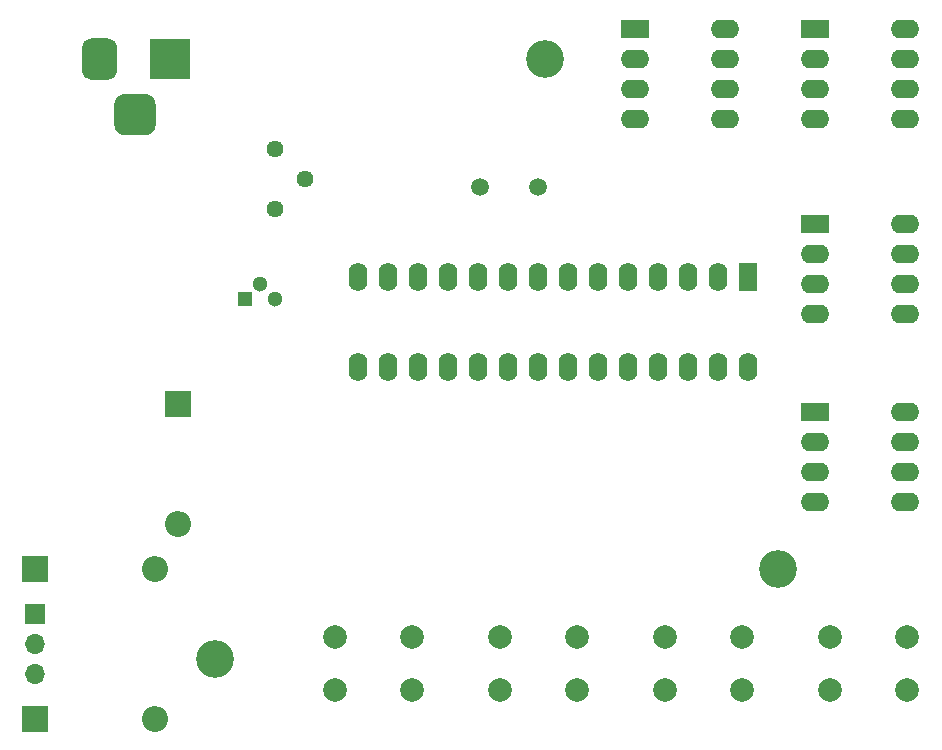
<source format=gbr>
%TF.GenerationSoftware,KiCad,Pcbnew,(5.1.10)-1*%
%TF.CreationDate,2021-06-26T23:15:49+03:00*%
%TF.ProjectId,ambient,616d6269-656e-4742-9e6b-696361645f70,rev?*%
%TF.SameCoordinates,Original*%
%TF.FileFunction,Soldermask,Bot*%
%TF.FilePolarity,Negative*%
%FSLAX46Y46*%
G04 Gerber Fmt 4.6, Leading zero omitted, Abs format (unit mm)*
G04 Created by KiCad (PCBNEW (5.1.10)-1) date 2021-06-26 23:15:49*
%MOMM*%
%LPD*%
G01*
G04 APERTURE LIST*
%ADD10C,3.200000*%
%ADD11R,3.500000X3.500000*%
%ADD12R,1.600000X2.400000*%
%ADD13O,1.600000X2.400000*%
%ADD14C,1.500000*%
%ADD15C,1.440000*%
%ADD16O,2.400000X1.600000*%
%ADD17R,2.400000X1.600000*%
%ADD18C,2.000000*%
%ADD19R,2.200000X2.200000*%
%ADD20O,2.200000X2.200000*%
%ADD21R,1.700000X1.700000*%
%ADD22O,1.700000X1.700000*%
%ADD23C,1.300000*%
%ADD24R,1.300000X1.300000*%
G04 APERTURE END LIST*
D10*
%TO.C, *%
X79375000Y-63500000D03*
%TD*%
%TO.C, *%
X59690000Y-20320000D03*
%TD*%
%TO.C, *%
X31750000Y-71120000D03*
%TD*%
D11*
%TO.C,J1*%
X27940000Y-20320000D03*
G36*
G01*
X20440000Y-21320000D02*
X20440000Y-19320000D01*
G75*
G02*
X21190000Y-18570000I750000J0D01*
G01*
X22690000Y-18570000D01*
G75*
G02*
X23440000Y-19320000I0J-750000D01*
G01*
X23440000Y-21320000D01*
G75*
G02*
X22690000Y-22070000I-750000J0D01*
G01*
X21190000Y-22070000D01*
G75*
G02*
X20440000Y-21320000I0J750000D01*
G01*
G37*
G36*
G01*
X23190000Y-25895000D02*
X23190000Y-24145000D01*
G75*
G02*
X24065000Y-23270000I875000J0D01*
G01*
X25815000Y-23270000D01*
G75*
G02*
X26690000Y-24145000I0J-875000D01*
G01*
X26690000Y-25895000D01*
G75*
G02*
X25815000Y-26770000I-875000J0D01*
G01*
X24065000Y-26770000D01*
G75*
G02*
X23190000Y-25895000I0J875000D01*
G01*
G37*
%TD*%
D12*
%TO.C,U1*%
X76835000Y-38735000D03*
D13*
X43815000Y-46355000D03*
X74295000Y-38735000D03*
X46355000Y-46355000D03*
X71755000Y-38735000D03*
X48895000Y-46355000D03*
X69215000Y-38735000D03*
X51435000Y-46355000D03*
X66675000Y-38735000D03*
X53975000Y-46355000D03*
X64135000Y-38735000D03*
X56515000Y-46355000D03*
X61595000Y-38735000D03*
X59055000Y-46355000D03*
X59055000Y-38735000D03*
X61595000Y-46355000D03*
X56515000Y-38735000D03*
X64135000Y-46355000D03*
X53975000Y-38735000D03*
X66675000Y-46355000D03*
X51435000Y-38735000D03*
X69215000Y-46355000D03*
X48895000Y-38735000D03*
X71755000Y-46355000D03*
X46355000Y-38735000D03*
X74295000Y-46355000D03*
X43815000Y-38735000D03*
X76835000Y-46355000D03*
%TD*%
D14*
%TO.C,Y1*%
X59055000Y-31115000D03*
X54155000Y-31115000D03*
%TD*%
D15*
%TO.C,RV1*%
X36830000Y-27940000D03*
X39370000Y-30480000D03*
X36830000Y-33020000D03*
%TD*%
D16*
%TO.C,U2*%
X74930000Y-17780000D03*
X67310000Y-25400000D03*
X74930000Y-20320000D03*
X67310000Y-22860000D03*
X74930000Y-22860000D03*
X67310000Y-20320000D03*
X74930000Y-25400000D03*
D17*
X67310000Y-17780000D03*
%TD*%
%TO.C,U3*%
X82550000Y-17780000D03*
D16*
X90170000Y-25400000D03*
X82550000Y-20320000D03*
X90170000Y-22860000D03*
X82550000Y-22860000D03*
X90170000Y-20320000D03*
X82550000Y-25400000D03*
X90170000Y-17780000D03*
%TD*%
%TO.C,U4*%
X90170000Y-34290000D03*
X82550000Y-41910000D03*
X90170000Y-36830000D03*
X82550000Y-39370000D03*
X90170000Y-39370000D03*
X82550000Y-36830000D03*
X90170000Y-41910000D03*
D17*
X82550000Y-34290000D03*
%TD*%
%TO.C,U5*%
X82550000Y-50165000D03*
D16*
X90170000Y-57785000D03*
X82550000Y-52705000D03*
X90170000Y-55245000D03*
X82550000Y-55245000D03*
X90170000Y-52705000D03*
X82550000Y-57785000D03*
X90170000Y-50165000D03*
%TD*%
D18*
%TO.C,SW1*%
X41910000Y-73715000D03*
X41910000Y-69215000D03*
X48410000Y-73715000D03*
X48410000Y-69215000D03*
%TD*%
%TO.C,SW2*%
X90320000Y-69215000D03*
X90320000Y-73715000D03*
X83820000Y-69215000D03*
X83820000Y-73715000D03*
%TD*%
%TO.C,SW3*%
X55880000Y-73715000D03*
X55880000Y-69215000D03*
X62380000Y-73715000D03*
X62380000Y-69215000D03*
%TD*%
%TO.C,SW4*%
X76350000Y-69215000D03*
X76350000Y-73715000D03*
X69850000Y-69215000D03*
X69850000Y-73715000D03*
%TD*%
D19*
%TO.C,D3*%
X28575000Y-49530000D03*
D20*
X28575000Y-59690000D03*
%TD*%
%TO.C,D4*%
X26670000Y-76200000D03*
D19*
X16510000Y-76200000D03*
%TD*%
%TO.C,D5*%
X16510000Y-63500000D03*
D20*
X26670000Y-63500000D03*
%TD*%
D21*
%TO.C,J3*%
X16510000Y-67310000D03*
D22*
X16510000Y-69850000D03*
X16510000Y-72390000D03*
%TD*%
D23*
%TO.C,Q1*%
X35560000Y-39370000D03*
X36830000Y-40640000D03*
D24*
X34290000Y-40640000D03*
%TD*%
M02*

</source>
